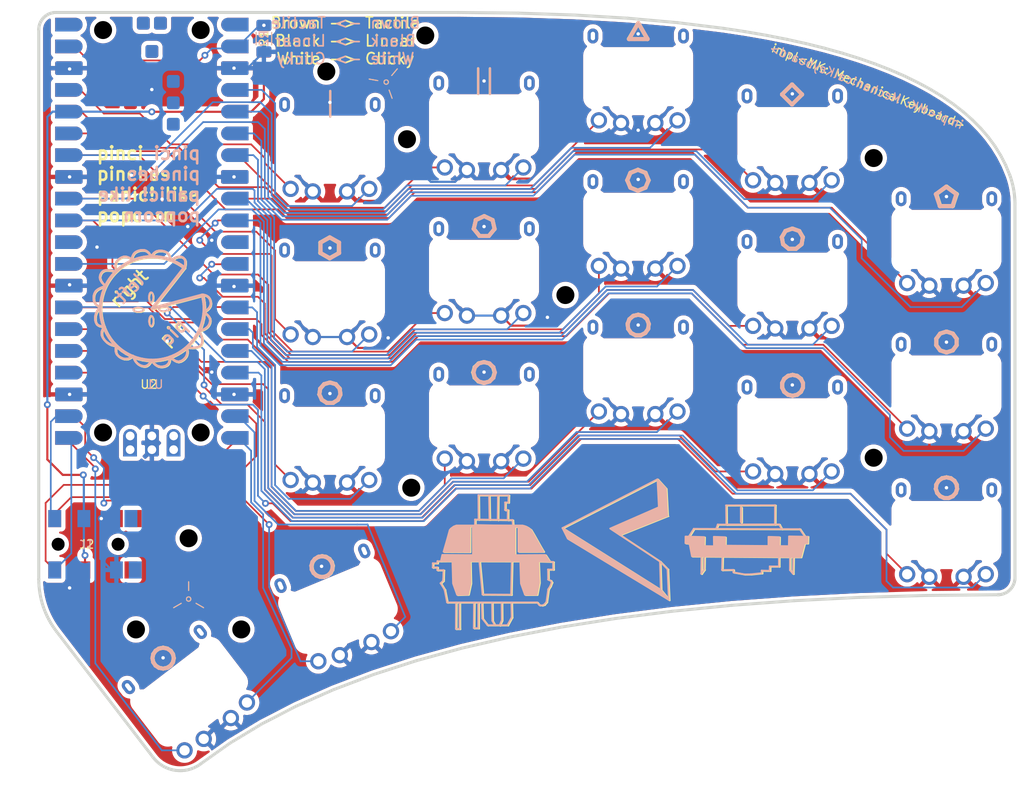
<source format=kicad_pcb>
(kicad_pcb (version 20210722) (generator pcbnew)

  (general
    (thickness 1.6)
  )

  (paper "A4")
  (layers
    (0 "F.Cu" signal)
    (31 "B.Cu" signal)
    (32 "B.Adhes" user "B.Adhesive")
    (33 "F.Adhes" user "F.Adhesive")
    (34 "B.Paste" user)
    (35 "F.Paste" user)
    (36 "B.SilkS" user "B.Silkscreen")
    (37 "F.SilkS" user "F.Silkscreen")
    (38 "B.Mask" user)
    (39 "F.Mask" user)
    (40 "Dwgs.User" user "User.Drawings")
    (41 "Cmts.User" user "User.Comments")
    (42 "Eco1.User" user "User.Eco1")
    (43 "Eco2.User" user "User.Eco2")
    (44 "Edge.Cuts" user)
    (45 "Margin" user)
    (46 "B.CrtYd" user "B.Courtyard")
    (47 "F.CrtYd" user "F.Courtyard")
    (48 "B.Fab" user)
    (49 "F.Fab" user)
    (50 "User.1" user)
    (51 "User.2" user)
    (52 "User.3" user)
    (53 "User.4" user)
    (54 "User.5" user)
    (55 "User.6" user)
    (56 "User.7" user)
    (57 "User.8" user)
    (58 "User.9" user)
  )

  (setup
    (stackup
      (layer "F.SilkS" (type "Top Silk Screen"))
      (layer "F.Paste" (type "Top Solder Paste"))
      (layer "F.Mask" (type "Top Solder Mask") (color "Green") (thickness 0.01))
      (layer "F.Cu" (type "copper") (thickness 0.035))
      (layer "dielectric 1" (type "core") (thickness 1.51) (material "FR4") (epsilon_r 4.5) (loss_tangent 0.02))
      (layer "B.Cu" (type "copper") (thickness 0.035))
      (layer "B.Mask" (type "Bottom Solder Mask") (color "Green") (thickness 0.01))
      (layer "B.Paste" (type "Bottom Solder Paste"))
      (layer "B.SilkS" (type "Bottom Silk Screen"))
      (copper_finish "None")
      (dielectric_constraints no)
    )
    (pad_to_mask_clearance 0.0508)
    (solder_mask_min_width 0.101)
    (pcbplotparams
      (layerselection 0x00010f0_ffffffff)
      (disableapertmacros false)
      (usegerberextensions true)
      (usegerberattributes true)
      (usegerberadvancedattributes false)
      (creategerberjobfile true)
      (svguseinch false)
      (svgprecision 6)
      (excludeedgelayer true)
      (plotframeref false)
      (viasonmask false)
      (mode 1)
      (useauxorigin false)
      (hpglpennumber 1)
      (hpglpenspeed 20)
      (hpglpendiameter 15.000000)
      (dxfpolygonmode true)
      (dxfimperialunits true)
      (dxfusepcbnewfont true)
      (psnegative false)
      (psa4output false)
      (plotreference true)
      (plotvalue true)
      (plotinvisibletext false)
      (sketchpadsonfab false)
      (subtractmaskfromsilk false)
      (outputformat 1)
      (mirror false)
      (drillshape 0)
      (scaleselection 1)
      (outputdirectory "gerbers/")
    )
  )

  (net 0 "")
  (net 1 "unconnected-(U1-Pad11)")
  (net 2 "unconnected-(U1-Pad12)")
  (net 3 "LR_ID")
  (net 4 "unconnected-(U1-Pad25)")
  (net 5 "unconnected-(U1-Pad26)")
  (net 6 "unconnected-(U1-Pad30)")
  (net 7 "unconnected-(U1-Pad35)")
  (net 8 "unconnected-(U1-Pad37)")
  (net 9 "unconnected-(U1-Pad39)")
  (net 10 "unconnected-(U1-Pad40)")
  (net 11 "unconnected-(U1-PadD1)")
  (net 12 "unconnected-(U1-PadTP1)")
  (net 13 "unconnected-(U1-PadTP2)")
  (net 14 "unconnected-(U1-PadTP3)")
  (net 15 "unconnected-(U1-PadTP4)")
  (net 16 "unconnected-(U1-PadTP5)")
  (net 17 "unconnected-(U1-PadTP6)")
  (net 18 "unconnected-(U2-Pad1)")
  (net 19 "unconnected-(U2-Pad11)")
  (net 20 "unconnected-(U2-Pad12)")
  (net 21 "unconnected-(U1-Pad1)")
  (net 22 "unconnected-(U2-Pad25)")
  (net 23 "unconnected-(U2-Pad26)")
  (net 24 "unconnected-(U2-Pad30)")
  (net 25 "unconnected-(U1-Pad24)")
  (net 26 "unconnected-(U2-Pad35)")
  (net 27 "unconnected-(U2-Pad37)")
  (net 28 "unconnected-(U2-Pad39)")
  (net 29 "unconnected-(U2-Pad40)")
  (net 30 "unconnected-(U2-PadTP1)")
  (net 31 "unconnected-(U2-PadTP2)")
  (net 32 "unconnected-(U2-PadTP3)")
  (net 33 "unconnected-(U2-PadTP4)")
  (net 34 "unconnected-(U2-PadTP5)")
  (net 35 "unconnected-(U2-PadTP6)")
  (net 36 "+3V3")
  (net 37 "R_RX")
  (net 38 "R_TX")
  (net 39 "GND")
  (net 40 "L_TX")
  (net 41 "L_RX")
  (net 42 "R1")
  (net 43 "L1")
  (net 44 "unconnected-(U1-PadD3)")
  (net 45 "unconnected-(U2-PadD1)")
  (net 46 "unconnected-(U2-PadD3)")
  (net 47 "R2")
  (net 48 "L2")
  (net 49 "R3")
  (net 50 "L3")
  (net 51 "R4")
  (net 52 "L4")
  (net 53 "R5")
  (net 54 "L5")
  (net 55 "R6")
  (net 56 "L6")
  (net 57 "R7")
  (net 58 "L7")
  (net 59 "R8")
  (net 60 "L8")
  (net 61 "R9")
  (net 62 "L9")
  (net 63 "R10")
  (net 64 "L10")
  (net 65 "R11")
  (net 66 "L11")
  (net 67 "R12")
  (net 68 "L12")
  (net 69 "R13")
  (net 70 "L13")
  (net 71 "R14")
  (net 72 "L14")
  (net 73 "R15")
  (net 74 "L15")
  (net 75 "R16")
  (net 76 "L16")
  (net 77 "R17")
  (net 78 "L17")
  (net 79 "unconnected-(U2-Pad24)")

  (footprint "switches:Kailh_PG1232" (layer "F.Cu") (at 88 31.5))

  (footprint "Resistor_SMD:R_1206_3216Metric_Pad1.30x1.75mm_HandSolder" (layer "F.Cu") (at 26.289 3.074 -90))

  (footprint "switches:Kailh_PG1232" (layer "F.Cu") (at 106 43.5))

  (footprint "modules:raspberrypi_pico" (layer "F.Cu") (at 2.708 51.0525))

  (footprint "connectors:TRRS_Socket_54-00177" (layer "F.Cu") (at -0.2365 62.103))

  (footprint "switches:Kailh_PG1232" (layer "F.Cu")
    (tedit 6119AE7F) (tstamp 4004b669-ee94-4787-bdf0-263806fe691a)
    (at 70 7.5)
    (property "Sheetfile" "pinci.kicad_sch")
    (property "Sheetname" "")
    (path "/acc8a7ce-6398-4771-b7e2-1596438f1b4f")
    (fp_text reference "SW3" (at 0 -0.5 unlocked) (layer "F.SilkS") hide
      (effects (font (size 1 1) (thickness 0.15)))
      (tstamp a45e1c85-e30b-4fb3-a626-aa5e43c6846b)
    )
    (fp_text value "SW_Push_Dual" (at 0 1 unlocked) (layer "F.Fab")
      (effects (font (size 1 1) (thickness 0.15)))
      (tstamp 6594f6b0-6ffb-4592-b609-e917bc706ebd)
    )
    (fp_text user "${REFERENCE}" (at 0 2.5 unlocked) (layer "F.Fab")
      (effects (font (size 1 1) (thickness 0.15)))
      (tstamp c06a8eca-a190-4bea-bbcd-7e85ac8f8996)
    )
    (fp_rect (start -7.25 -6.75) (end 7.25 6.75) (layer "Dwgs.User") (width 0.06) (fill none) (tstamp f101f4b5-6ba9-416c-a066-17d83f4e35ea))
    (fp_rect (start -6.75 -6.25) (end 6.75 6.25) (layer "Cmts.User") (width 0.06) (fill none) (tstamp 358a2106-53ad-4f23-8a97-4b662998c604))
    (fp_rect (start -9 -8.5) (end 9 8.5) (layer "Cmts.User") (width 0.12) (fill none) (tstamp 72a9b9f9-1d87-45a4-8056-36d86cab4539))
    (fp_line (start 5.906533 2.630399) (end 5.913113 2.594814) (layer "Edge.Cuts") (width 0.001) (tstamp 00d91b29-b361-4590-a6ab-2c88206392e8))
    (fp_line (start -5.925 -2.451291) (end -5.925 2.448708) (layer "Edge.Cuts") (width 0.001) (tstamp 01ff401d-1381-4d93-a4b7-c295e69aafce))
    (fp_line (start -4.276671 2.94871) (end -2.95 2.948708) (layer "Edge.Cuts") (width 0.001) (tstamp 050628c5-8da3-41db-9c16-579bca465625))
    (fp_line (start -2.226393 3.981257) (end -2.182894 3.988847) (layer "Edge.Cuts") (width 0.001) (tstamp 063a1afd-733a-430c-9f3f-7fd0637e2358))
    (fp_line (start -4.297865 -2.981655) (end -4.320133 -3.010933) (layer "Edge.Cuts") (width 0.001) (tstamp 06aa3e71-ea65-490e-9d38-4e3b634adbb6))
    (fp_line (start -5.913114 2.594813) (end -5.898562 2.665536) (layer "Edge.Cuts") (width 0.001) (tstamp 06dc81ef-d720-43f8-a782-2f0ff2c01eb2))
    (fp_line (start -2.798788 3.598032) (end -2.773396 3.634157) (layer "Edge.Cuts") (width 0.001) (tstamp 073e4ea4-7333-4ce2-b46c-0f788ca5ad29))
    (fp_line (start 4.502619 3.181665) (end 4.532006 3.201733) (layer "Edge.Cuts") (width 0.001) (tstamp 0754c912-9432-42d9-9ff4-866d55db2563))
    (fp_line (start 5.574762 3.161357) (end 5.602496 3.139061) (layer "Edge.Cuts") (width 0.001) (tstamp 07d7bc3f-3a01-4e57-9610-fcc3e212cc6c))
    (fp_line (start -5.602498 3.139058) (end -5.546098 3.182585) (layer "Edge.Cuts") (width 0.001) (tstamp 0ab24edc-32f7-4046-9d50-19fb65ba2299))
    (fp_line (start 5.787728 2.926473) (end 5.805918 2.896139) (layer "Edge.Cuts") (width 0.001) (tstamp 0ba5038c-7f6c-449a-9e80-e5b95fe38065))
    (fp_line (start 5.924244 2.485731) (end 5.925 2.448708) (layer "Edge.Cuts") (width 0.001) (tstamp 0bbe6bfb-ef57-42f5-8bbc-16d07da07cd6))
    (fp_line (start -5.602497 -3.141644) (end -5.629273 -3.118317) (layer "Edge.Cuts") (width 0.001) (tstamp 0c44839a-13b9-4df2-bbc4-dec74bf6f7bb))
    (fp_line (start -5.853262 -2.80353) (end -5.866548 -2.770518) (layer "Edge.Cuts") (width 0.001) (tstamp 0d0c856a-47ad-4035-a502-cd86bb1a7245))
    (fp_line (start -5.924245 2.485731) (end -5.921995 2.522446) (layer "Edge.Cuts") (width 0.001) (tstamp 0e74ad48-81c7-480b-8b26-be51cf36d94f))
    (fp_line (start -4.656233 -3.272281) (end -4.688757 -3.286123) (layer "Edge.Cuts") (width 0.001) (tstamp 0ede012d-0fc0-4dc5-a97b-320cd1271d81))
    (fp_line (start -5.924245 -2.488314) (end -5.925 -2.451291) (layer "Edge.Cuts") (width 0.001) (tstamp 0f6dda3d-7218-4682-a68d-1564ae952b0c))
    (fp_line (start 5.898561 -2.668119) (end 5.878543 -2.736921) (layer "Edge.Cuts") (width 0.001) (tstamp 104d0434-3f81-4ddd-8ac9-ef3356d16bd9))
    (fp_line (start 5.035204 3.348721) (end 5.071081 3.347597) (layer "Edge.Cuts") (width 0.001) (tstamp 12c704dc-6103-420d-be59-dbc3579ed980))
    (fp_line (start 2.311746 3.959807) (end 2.353451 3.946009) (layer "Edge.Cuts") (width 0.001) (tstamp 13138e92-79a0-4a68-bbaa-d0e0c2a85fc2))
    (fp_line (start 5.546097 -3.185168) (end 5.486068 -3.224297) (layer "Edge.Cuts") (width 0.001) (tstamp 15553b85-93f8-41b0-a933-b368ab456b62))
    (fp_line (start -5.878543 2.734339) (end -5.853262 2.800945) (layer "Edge.Cuts") (width 0.001) (tstamp 163d3673-07d0-48e5-a7e6-5a4be84ac0e8))
    (fp_line (start -4.823517 -3.328465) (end -4.858171 -3.335721) (layer "Edge.Cuts") (width 0.001) (tstamp 17207ed1-4c4c-4545-88fa-5f73f1f208e9))
    (fp_line (start -5.913114 -2.597397) (end -5.918276 -2.561401) (layer "Edge.Cuts") (width 0.001) (tstamp 172d5d15-bdb5-44e4-a55f-f943309389ef))
    (fp_line (start -4.688757 -3.286123) (end -4.721788 -3.298677) (layer "Edge.Cuts") (width 0.001) (tstamp 18636530-b732-463e-b931-93ea428441d1))
    (fp_line (start 4.99943 3.348412) (end 5.035204 3.348721) (layer "Edge.Cuts") (width 0.001) (tstamp 1b6b6518-96ad-4900-a3e8-7f1e4f0458e5))
    (fp_line (start 4.928352 3.343554) (end 4.963799 3.346685) (layer "Edge.Cuts") (width 0.001) (tstamp 1bd5afdc-c879-4d61-a634-a6b8eed62208))
    (fp_line (start -5.925 2.448708) (end -5.924245 2.485731) (layer "Edge.Cuts") (width 0.001) (tstamp 1e8ce95d-4323-4974-bf08-ca5679b74c9d))
    (fp_line (start -5.787729 2.926471) (end -5.747885 2.984839) (layer "Edge.Cuts") (width 0.001) (tstamp 1ee39424-0d92-4ab0-9a8c-1935f9b5a935))
    (fp_line (start 4.688756 3.28354) (end 4.721788 3.296094) (layer "Edge.Cuts") (width 0.001) (tstamp 1f025df5-0bf3-4b4c-8d80-c92dcb586d1c))
    (fp_line (start 5.286248 3.309957) (end 5.321457 3.298487) (layer "Edge.Cuts") (width 0.001) (tstamp 1f1eba10-73f6-4d7a-bd88-f1f45e8bf077))
    (fp_line (start 2.95 2.948708) (end 4.276668 2.948708) (layer "Edge.Cuts") (width 0.001) (tstamp 1f5f9abe-1047-4e6b-bfd4-f9aa27ce25c5))
    (fp_line (start 2.226395 3.981257) (end 2.26937 3.971567) (layer "Edge.Cuts") (width 0.001) (tstamp 20579672-86fe-4b7d-9c7b-12ac51127af6))
    (fp_line (start 2.74618 3.669093) (end 2.773396 3.634156) (layer "Edge.Cuts") (width 0.001) (tstamp 22586c86-a181-4e3a-9425-9ebca6f7ff44))
    (fp_line (start 2.822323 3.560792) (end 2.843973 3.522512) (layer "Edge.Cuts") (width 0.001) (tstamp 22958bbd-2f4d-4c70-8cde-215f86af397f))
    (fp_line (start 2.094622 3.997603) (end 2.138948 3.994305) (layer "Edge.Cuts") (width 0.001) (tstamp 23de31f8-d0db-4e1a-b159-d455e4d0c441))
    (fp_line (start -2.911097 3.360462) (end -2.897298 3.402167) (layer "Edge.Cuts") (width 0.001) (tstamp 25590554-f8e4-4fbe-b2d6-735fd691f9d8))
    (fp_line (start -5.454755 -3.242128) (end -5.486067 -3.2243) (layer "Edge.Cuts") (width 0.001) (tstamp 27b1b81e-a809-43ec-9692-6bf45d40f8a4))
    (fp_line (start 5.389665 3.27156) (end 5.422612 3.256172) (layer "Edge.Cuts") (width 0.001) (tstamp 29530658-562e-4424-80fb-120fe204e35f))
    (fp_line (start 2.686393 3.735107) (end 2.686393 3.735107) (layer "Edge.Cuts") (width 0.001) (tstamp 2a0c7c07-014d-46b7-8408-62022b326bdc))
    (fp_line (start -5.747885 -2.987424) (end -5.768375 -2.958635) (layer "Edge.Cuts") (width 0.001) (tstamp 2a1a7540-e9d4-4526-80c3-4e59292b35dc))
    (fp_line (start -2.620378 3.794894) (end -2.585441 3.82211) (layer "Edge.Cuts") (width 0.001) (tstamp 2b4f001a-0f56-4b6a-bf30-8cf618542851))
    (fp_line (start 4.446132 3.137939) (end 4.473981 3.160396) (layer "Edge.Cuts") (width 0.001) (tstamp 2b60b2e2-77de-4f4b-9fae-f00fc3e2f84a))
    (fp_line (start 5.28625 -3.312538) (end 5.214815 -3.331066) (layer "Edge.Cuts") (width 0.001) (tstamp 2c5141f8-6c2d-4185-8e29-e0dced50bc7f))
    (fp_line (start -2.269367 3.971568) (end -2.226393 3.981257) (layer "Edge.Cuts") (width 0.001) (tstamp 2cf43b00-09e6-47f8-9bbe-517c51551c66))
    (fp_line (start -4.532009 3.201733) (end -4.473984 3.160396) (layer "Edge.Cuts") (width 0.001) (tstamp 2e2e4726-67ba-48b4-81bd-f45f5c369713))
    (fp_line (start 5.071081 3.347597) (end 5.107021 3.345026) (layer "Edge.Cuts") (width 0.001) (tstamp 2f107d1c-1ec9-4af0-bf94-c909c04c5c2e))
    (fp_line (start 5.486066 3.221717) (end 5.516522 3.20272) (layer "Edge.Cuts") (width 0.001) (tstamp 2f3a7e06-7ae5-47f3-bcdb-814c77dc86eb))
    (fp_line (start 4.532006 3.201733) (end 4.562101 3.220585) (layer "Edge.Cuts") (width 0.001) (tstamp 2f3d68dd-6fbf-4125-86c4-2b4a8e5ec59f))
    (fp_line (start 5.214813 3.328485) (end 5.2506 3.319981) (layer "Edge.Cuts") (width 0.001) (tstamp 300f2d12-b53d-499d-afc0-042aa33e9a62))
    (fp_line (start -2.138945 3.994306) (end -2.094619 3.997603) (layer "Edge.Cuts") (width 0.001) (tstamp 307ce6fe-215d-48b4-bc55-4d08eba717e3))
    (fp_line (start -5.853262 2.800945) (end -5.822922 2.865081) (layer "Edge.Cuts") (width 0.001) (tstamp 3145656c-aa06-4650-8968-33351da3dc91))
    (fp_line (start -5.918276 -2.561401) (end -5.921995 -2.525029) (layer "Edge.Cuts") (width 0.001) (tstamp 3150f85f-02b4-4e28-963d-689c12a308df))
    (fp_line (start -4.276669 -2.951291) (end -4.297865 -2.981655) (layer "Edge.Cuts") (width 0.001) (tstamp 325f3c43-546d-4696-81cb-7e6f563351b1))
    (fp_line (start 4.297865 2.979072) (end 4.320133 3.00835) (layer "Edge.Cuts") (width 0.001) (tstamp 3260aadf-fb74-462a-a9e2-813cc0d5874f))
    (fp_line (start -5.925 2.448708) (end -5.925 2.448708) (layer "Edge.Cuts") (width 0.001) (tstamp 34894786-b2c1-48b2-9569-d5f655134c6d))
    (fp_line (start 5.486068 -3.224297) (end 5.422614 -3.258752) (layer "Edge.Cuts") (width 0.001) (tstamp 352fc364-e8fa-4f53-b717-be6e87de41fe))
    (fp_line (start -5.546098 3.182585) (end -5.486068 3.221714) (layer "Edge.Cuts") (width 0.001) (tstamp 35814f73-2c9c-41a5-b993-0970d3d93862))
    (fp_line (start 5.178927 3.335485) (end 5.214813 3.328485) (layer "Edge.Cuts") (width 0.001) (tstamp 360dbd79-9cbd-4c0d-8c98-eed4e42c3fc1))
    (fp_line (start 2.26937 3.971567) (end 2.311746 3.959807) (layer "Edge.Cuts") (width 0.001) (tstamp 36ca581a-86a8-47bd-9d02-ebb6c723176c))
    (fp_line (start -4.50262 -3.184248) (end -4.532006 -3.204316) (layer "Edge.Cuts") (width 0.001) (tstamp 3723982a-bb35-427d-94dc-894fb7105b75))
    (fp_line (start 5.925 2.448708) (end 5.925 2.448708) (layer "Edge.Cuts") (width 0.001) (tstamp 3758a893-1fd8-4846-bcc6-2a11eea7018b))
    (fp_line (start -2.95 3.098709) (end -2.948894 3.143337) (layer "Edge.Cuts") (width 0.001) (tstamp 399cb699-b9f3-4125-bad7-6c5101badf4f))
    (fp_line (start 5.2506 3.319981) (end 5.286248 3.309957) (layer "Edge.Cuts") (width 0.001) (tstamp 3adb582b-247c-4df5-b0d2-86359230b9c2))
    (fp_line (start 5.838711 2.833342) (end 5.853261 2.800947) (layer "Edge.Cuts") (width 0.001) (tstamp 3c7e9f24-8aef-43f6-918e-bb06657b2947))
    (fp_line (start -2.881491 3.443126) (end -2.863706 3.483266) (layer "Edge.Cuts") (width 0.001) (tstamp 3d64584f-70e9-4389-9388-6984f87e6207))
    (fp_line (start -5.035205 -3.351303) (end -5.071082 -3.350179) (layer "Edge.Cuts") (width 0.001) (tstamp 3d8df14b-ff93-41fd-bd0d-b1d7a6ea1c4a))
    (fp_line (start -2.434548 3.912418) (end -2.394408 3.930203) (layer "Edge.Cuts") (width 0.001) (tstamp 3e14c870-a60a-4164-a4d8-d721e6dd0bb4))
    (fp_line (start -5.422615 3.256169) (end -5.355941 3.285674) (layer "Edge.Cuts") (width 0.001) (tstamp 3ef6d19d-aa70-41d9-bbbd-5f40f557c08c))
    (fp_line (start -4.320136 3.008351) (end -4.276671 2.94871) (layer "Edge.Cuts") (width 0.001) (tstamp 3f85fc4a-389d-4239-b58f-fa6fbf17b638))
    (fp_line (start -4.419112 -3.116892) (end -4.446132 -3.140522) (layer "Edge.Cuts") (width 0.001) (tstamp 3faa4023-fd59-4c44-bc99-fd2b2116c7d0))
    (fp_line (start 4.473981 3.160396) (end 4.502619 3.181665) (layer "Edge.Cuts") (width 0.001) (tstamp 40e8a8ac-e10c-420c-aee9-97faf18e1597))
    (fp_line (start 4.419115 -3.116893) (end 4.367725 -3.066172) (layer "Edge.Cuts") (width 0.001) (tstamp 41678894-2dcb-4df1-88c6-dbf8b3c65851))
    (fp_line (start 4.562101 3.220585) (end 4.592864 3.238206) (layer "Edge.Cuts") (width 0.001) (tstamp 41b5dc1d-a967-4507-aa29-2bbddc74294e))
    (fp_line (start 5.747885 -2.987422) (end 5.703596 -3.042492) (layer "Edge.Cuts") (width 0.001) (tstamp 41d1ff9d-712f-4c58-bf94-2ebe117e8211))
    (fp_line (start 2.43455 3.912417) (end 2.473797 3.892685) (layer "Edge.Cuts") (width 0.001) (tstamp 41d5e130-210d-4e38-a2a5-2be88b32dc99))
    (fp_line (start 4.624254 3.254582) (end 4.656232 3.269698) (layer "Edge.Cuts") (width 0.001) (tstamp 42f46baf-da90-4a08-9809-68b2d1917bc0))
    (fp_line (start 5.142983 3.340994) (end 5.178927 3.335485) (layer "Edge.Cuts") (width 0.001) (tstamp 432530fa-15ea-4c75-bfc7-b25aca3ee8a0))
    (fp_line (start -5.286251 3.309955) (end -5.286251 3.309955) (layer "Edge.Cuts") (width 0.001) (tstamp 43eb0cc4-831a-49eb-8ba3-a5590c82691c))
    (fp_line (start -5.142986 3.340991) (end -5.071084 3.347595) (layer "Edge.Cuts") (width 0.001) (tstamp 4446905a-2781-4255-9117-e57256a789ed))
    (fp_line (start 5.924244 -2.488314) (end 5.921994 -2.525028) (layer "Edge.Cuts") (width 0.001) (tstamp 45c23665-8f77-492b-b399-b556c1ac8491))
    (fp_line (start 5.703596 -3.042492) (end 5.655065 -3.093991) (layer "Edge.Cuts") (width 0.001) (tstamp 4629fc31-ec28-446a-904c-6bd27e4843af))
    (fp_line (start -2.182894 3.988847) (end -2.138945 3.994306) (layer "Edge.Cuts") (width 0.001) (tstamp 46c547a3-0840-4f79-a8b3-347b2227ec22))
    (fp_line (start -2.686393 3.735108) (end -2.654053 3.765883) (layer "Edge.Cuts") (width 0.001) (tstamp 46dfc94f-f934-4085-8619-b775098542d6))
    (fp_line (start -5.787728 -2.929056) (end -5.805919 -2.898722) (layer "Edge.Cuts") (width 0.001) (tstamp 495f7772-5301-4b35-ae13-fbd80459c714))
    (fp_line (start 2.881491 3.443125) (end 2.897298 3.402166) (layer "Edge.Cuts") (width 0.001) (tstamp 498e5997-6968-4d4f-bb8f-52f1bb26da6b))
    (fp_line (start 4.85817 3.333138) (end 4.893129 3.339034) (layer "Edge.Cuts") (width 0.001) (tstamp 4a3b1448-be84-4bab-8a5a-4f6c2b384661))
    (fp_line (start 5.889222 2.700196) (end 5.898561 2.665537) (layer "Edge.Cuts") (width 0.001) (tstamp 4a3b33fe-07a2-4c4c-806f-46c7ed7e11ff))
    (fp_line (start -4.789212 3.317278) (end -4.721791 3.296094) (layer "Edge.Cuts") (width 0.001) (tstamp 4ae842de-9bb5-42f7-95b4-331daa8f6ec9))
    (fp_line (start -4.9638 -3.349268) (end -4.999431 -3.350994) (layer "Edge.Cuts") (width 0.001) (tstamp 4c38fd80-b51f-4da9-86b3-d0b243f11cb8))
    (fp_line (start -4.592864 -3.240788) (end -4.624255 -3.257164) (layer "Edge.Cuts") (width 0.001) (tstamp 4c7bd978-0201-4678-8b6c-2e9166a3eee7))
    (fp_line (start 5.921994 -2.525028) (end 5.913113 -2.597396) (layer "Edge.Cuts") (width 0.001) (tstamp 4c914fa2-1fb1-4867-95fb-4857fe391187))
    (fp_line (start -5.921995 2.522446) (end -5.913114 2.594813) (layer "Edge.Cuts") (width 0.001) (tstamp 4daba685-8ea3-4bab-b272-11e623fbb28f))
    (fp_line (start 5.925 2.448708) (end 5.925 -2.451291) (layer "Edge.Cuts") (width 0.001) (tstamp 4dd56ac0-2f05-4983-85ab-551559d13586))
    (fp_line (start -5.866548 -2.770518) (end -5.878543 -2.736923) (layer "Edge.Cuts") (width 0.001) (tstamp 4e319119-ad26-4567-8339-7094f5b316d5))
    (fp_line (start -5.925 -2.451291) (end -5.925 -2.451291) (layer "Edge.Cuts") (width 0.001) (tstamp 4e59bf03-f280-4e3f-9319-62026fdcac7a))
    (fp_line (start -4.789209 -3.319862) (end -4.823517 -3.328465) (layer "Edge.Cuts") (width 0.001) (tstamp 4e5bc220-174f-4b70-adfe-f7603600923c))
    (fp_line (start 5.853262 -2.803528) (end 5.822922 -2.867664) (layer "Edge.Cuts") (width 0.001) (tstamp 51bcdd8a-1d9f-4cf6-8f16-5a77537fb014))
    (fp_line (start -5.286249 -3.31254) (end -5.286249 -3.31254) (layer "Edge.Cuts") (width 0.001) (tstamp 535aa807-151a-4ed3-bcdd-1280c3b00d0d))
    (fp_line (start -4.343432 -3.03911) (end -4.367722 -3.066172) (layer "Edge.Cuts") (width 0.001) (tstamp 53b8d9b8-9300-485a-a618-5fc1001c6a4c))
    (fp_line (start 4.320133 3.00835) (end 4.343432 3.036527) (layer "Edge.Cuts") (width 0.001) (tstamp 54582436-1dc1-468c-86b4-fc3a51640c2c))
    (fp_line (start -5.838711 -2.835924) (end -5.853262 -2.80353) (layer "Edge.Cuts") (width 0.001) (tstamp 549cb64e-5bdc-4595-bd68-dd0cfdc4f96a))
    (fp_line (start 5.629272 3.115734) (end 5.655064 3.091411) (layer "Edge.Cuts") (width 0.001) (tstamp 54c85343-dfae-4fc1-a6c5-6d4a460d3cb0))
    (fp_line (start -5.768375 -2.958635) (end -5.787728 -2.929056) (layer "Edge.Cuts") (width 0.001) (tstamp 54dbe55c-8c88-4913-8025-46cbc202a63a))
    (fp_line (start -4.473981 -3.162979) (end -4.50262 -3.184248) (layer "Edge.Cuts") (width 0.001) (tstamp 5630fdf9-c380-445f-b664-4c14563052a5))
    (fp_line (start -2.863706 3.483266) (end -2.843973 3.522513) (layer "Edge.Cuts") (width 0.001) (tstamp 567860f3-ab3d-49e0-a2a7-ddbba0522d63))
    (fp_line (start 5.787728 -2.929054) (end 5.747885 -2.987422) (layer "Edge.Cuts") (width 0.001) (tstamp 5a169548-8e67-4b1a-804b-51e7d1fcaee4))
    (fp_line (start 5.913113 2.594814) (end 5.918275 2.558819) (layer "Edge.Cuts") (width 0.001) (tstamp 5a5a7360-64c5-4604-b488-5b675ffca248))
    (fp_line (start -2.940137 3.231612) (end -2.932547 3.275111) (layer "Edge.Cuts") (width 0.001) (tstamp 5a7b0e15-fd8a-4463-af3a-75acb8047817))
    (fp_line (start 5.422614 -3.258752) (end 5.35594 -3.288257) (layer "Edge.Cuts") (width 0.001) (tstamp 5df18935-6eb9-48a9-8f37-0b67b6e803fc))
    (fp_line (start 4.963799 3.346685) (end 4.99943 3.348412) (layer "Edge.Cuts") (width 0.001) (tstamp 5fef6d8d-5bba-4754-a741-8992bda158e1))
    (fp_line (start 5.822921 2.865084) (end 5.838711 2.833342) (layer "Edge.Cuts") (width 0.001) (tstamp 60ad675e-28cc-4c8a-ad98-5278b4b77430))
    (fp_line (start 2.549317 3.8475) (end 2.585442 3.822109) (layer "Edge.Cuts") (width 0.001) (tstamp 60d84248-bb57-4424-961a-dba78a560b82))
    (fp_line (start 5.321459 -3.301068) (end 5.28625 -3.312538) (layer "Edge.Cuts") (width 0.001) (tstamp 60fe3d97-017b-4f87-ade9-f6b4d668d9a2))
    (fp_line (start -2.95 3.098709) (end -2.95 3.098709) (layer "Edge.Cuts") (width 0.001) (tstamp 61018c7e-9c71-452e-b45d-4e2aaa1e574d))
    (fp_line (start 2.95 2.948708) (end 2.95 2.948708) (layer "Edge.Cuts") (width 0.001) (tstamp 6270716a-65df-482e-8d20-fa033775a22e))
    (fp_line (start -4.320133 -3.010933) (end -4.343432 -3.03911) (layer "Edge.Cuts") (width 0.001) (tstamp 62765194-41f8-41e2-9002-e252564b12a9))
    (fp_line (start -4.999431 -3.350994) (end -5.035205 -3.351303) (layer "Edge.Cuts") (width 0.001) (tstamp 633cd2a2-0301-44fc-8ba1-e931d4fc841f))
    (fp_line (start 2.945595 3.187663) (end 2.948893 3.143337) (layer "Edge.Cuts") (width 0.001) (tstamp 637678c4-0a5b-48fd-88ba-268b67b46de5))
    (fp_line (start 4.755285 3.307346) (end 4.789208 3.31728) (layer "Edge.Cuts") (width 0.001) (tstamp 6469299f-9d24-4831-b710-890123fd9803))
    (fp_line (start -5.389666 -3.274143) (end -5.422613 -3.258754) (layer "Edge.Cuts") (width 0.001) (tstamp 65d1e3fc-0d1e-4853-a799-779ce28ea557))
    (fp_line (start -2.04999 3.998709) (end -2.04999 3.998709) (layer "Edge.Cuts") (width 0.001) (tstamp 68b2cecf-5e22-451a-9323-c8a440abd10a))
    (fp_line (start 4.656235 -3.27228) (end 4.592867 -3.240788) (layer "Edge.Cuts") (width 0.001) (tstamp 69e416cb-fc9c-4b89-b307-f55ee5281ba6))
    (fp_line (start -4.532006 -3.204316) (end -4.562101 -3.223168) (layer "Edge.Cuts") (width 0.001) (tstamp 6a071e74-0a9e-4eb0-8518-4a811bd70c02))
    (fp_line (start -5.071084 3.347595) (end -4.999433 3.34841) (layer "Edge.Cuts") (width 0.001) (tstamp 6a3c8952-06e8-4892-a9fa-6730d01bb8fe))
    (fp_line (start 5.878543 -2.736921) (end 5.853262 -2.803528) (layer "Edge.Cuts") (width 0.001) (tstamp 6a5c64a7-ffda-40a8-8014-26ee4038b805))
    (fp_line (start 5.454754 3.239546) (end 5.486066 3.221717) (layer "Edge.Cuts") (width 0.001) (tstamp 6c8f7603-0b55-40c6-be52-24661b5725b9))
    (fp_line (start 2.473797 3.892685) (end 2.512077 3.871036) (layer "Edge.Cuts") (width 0.001) (tstamp 6d65d8f0-4b6f-4a57-8210-5e47622ae74f))
    (fp_line (start -4.592867 3.238205) (end -4.532009 3.201733) (layer "Edge.Cuts") (width 0.001) (tstamp 6ecb78f3-2c15-473d-acb2-f7c978a854a6))
    (fp_line (start 4.320136 -3.010934) (end 4.276671 -2.951293) (layer "Edge.Cuts") (width 0.001) (tstamp 7130aad5-6119-4ec2-8162-5ef6edfe607f))
    (fp_line (start -5.822922 -2.867666) (end -5.838711 -2.835924) (layer "Edge.Cuts") (width 0.001) (tstamp 71610da9-27b2-4a5d-aff9-34e6503622af))
    (fp_line (start 2.911097 3.360461) (end 2.922856 3.318085) (layer "Edge.Cuts") (width 0.001) (tstamp 718cd45d-db63-4ca6-b125-fa57c66e9383))
    (fp_line (start 2.138948 3.994305) (end 2.182897 3.988846) (layer "Edge.Cuts") (width 0.001) (tstamp 73f7b755-6008-4f09-b3cc-e988171b9473))
    (fp_line (start -2.948894 3.143337) (end -2.945596 3.187663) (layer "Edge.Cuts") (width 0.001) (tstamp 7428b89f-6257-4074-80a8-343a976f60e3))
    (fp_line (start -5.516523 -3.205302) (end -5.546097 -3.185171) (layer "Edge.Cuts") (width 0.001) (tstamp 7789b124-aae9-4e09-b956-45d1234e5b9e))
    (fp_line (start 5.602498 -3.141641) (end 5.546097 -3.185168) (layer "Edge.Cuts") (width 0.001) (tstamp 781402ac-b7ac-4af5-a6b4-b386002f2192))
    (fp_line (start -4.419115 3.11431) (end -4.367725 3.06359) (layer "Edge.Cuts") (width 0.001) (tstamp 791f34c4-6227-48fa-a024-74fb3e2a0412))
    (fp_line (start 5.853261 2.800947) (end 5.866547 2.767935) (layer "Edge.Cuts") (width 0.001) (tstamp 793be348-1531-41c8-bba4-6405f6a94a17))
    (fp_line (start -2.897298 3.402167) (end -2.881491 3.443126) (layer "Edge.Cuts") (width 0.001) (tstamp 7a3960bb-0d8b-4b18-b71e-cbcf566f1706))
    (fp_line (start 4.858174 -3.335719) (end 4.789211 -3.319861) (layer "Edge.Cuts") (width 0.001) (tstamp 7ad3b6a7-79d8-4209-9dca-60ccd0ad35a3))
    (fp_line (start 2.863705 3.483265) (end 2.881491 3.443125) (layer "Edge.Cuts") (width 0.001) (tstamp 7d7592ff-4e93-4331-9f2c-659fee690834))
    (fp_line (start 5.768374 2.956052) (end 5.787728 2.926473) (layer "Edge.Cuts") (width 0.001) (tstamp 7dd4aa61-2d40-4f63-b232-2fb55968ec1e))
    (fp_line (start -4.276671 2.94871) (end -4.276671 2.94871) (layer "Edge.Cuts") (width 0.001) (tstamp 7dd50ded-134d-4617-be73-a259677e2526))
    (fp_line (start 2.654054 3.765882) (end 2.686393 3.735107) (layer "Edge.Cuts") (width 0.001) (tstamp 7de6d561-84c9-4029-b060-e8a3688334bb))
    (fp_line (start -4.367722 -3.066172) (end -4.392962 -3.092104) (layer "Edge.Cuts") (width 0.001) (tstamp 7e91563e-42d5-4627-952c-d2b33e332fb9))
    (fp_line (start 2.798788 3.598031) (end 2.822323 3.560792) (layer "Edge.Cuts") (width 0.001) (tstamp 80f4f3ec-3cad-4f59-aa82-8f1b300b18cb))
    (fp_line (start 4.592867 -3.240788) (end 4.532009 -3.204316) (layer "Edge.Cuts") (width 0.001) (tstamp 81066737-7d27-4988-9d84-9a998e2d177b))
    (fp_line (start -5.071082 -3.350179) (end -5.107022 -3.347609) (layer "Edge.Cuts") (width 0.001) (tstamp 81b244a6-052e-4f02-a8fd-0ef2495ced3f))
    (fp_line (start 2.049993 3.998709) (end 2.049993 3.998709) (layer "Edge.Cuts") (width 0.001) (tstamp 81d247c0-f4ca-4656-9599-c5d86db13d19))
    (fp_line (start -5.574763 -3.16394) (end -5.602497 -3.141644) (layer "Edge.Cuts") (width 0.001) (tstamp 820bcfde-3e89-4eba-a9a5-fbb66de65655))
    (fp_line (start -4.999433 3.34841) (end -4.928355 3.343552) (layer "Edge.Cuts") (width 0.001) (tstamp 821c1ec3-b47e-44ae-a04f-2b16c2666106))
    (fp_line (start -4.656235 3.269697) (end -4.592867 3.238205) (layer "Edge.Cuts") (width 0.001) (tstamp 82a672e0-d2d6-4d04-b574-2e8f9057805f))
    (fp_line (start -5.286249 -3.31254) (end -5.321458 -3.30107) (layer "Edge.Cuts") (width 0.001) (tstamp 85200143-76fe-4fc8-8b8d-d438e9c26142))
    (fp_line (start -5.878543 -2.736923) (end -5.889223 -2.702779) (layer "Edge.Cuts") (width 0.001) (tstamp 85ed31b9-4b6d-49d2-9496-395520b10ba5))
    (fp_line (start -5.546097 -3.185171) (end -5.574763 -3.16394) (layer "Edge.Cuts") (width 0.001) (tstamp 8618751e-dffc-4f42-8c04-8ab0451f5e7c))
    (fp_line (start 4.928355 -3.346135) (end 4.858174 -3.335719) (layer "Edge.Cuts") (width 0.001) (tstamp 875a0a3e-8ab2-4b15-8ea2-15be7c4e3f12))
    (fp_line (start 2.773396 3.634156) (end 2.798788 3.598031) (layer "Edge.Cuts") (width 0.001) (tstamp 88017545-871b-4066-acfe-7f3a04398663))
    (fp_line (start -4.928353 -3.346137) (end -4.9638 -3.349268) (layer "Edge.Cuts") (width 0.001) (tstamp 89776ca5-6130-4a74-91f3-1551ae704c1d))
    (fp_line (start -2.843973 3.522513) (end -2.822324 3.560793) (layer "Edge.Cuts") (width 0.001) (tstamp 89ba58e9-0dd4-4afb-b4c5-ed720f83432c))
    (fp_line (start 5.747884 2.984841) (end 5.768374 2.956052) (layer "Edge.Cuts") (width 0.001) (tstamp 8a71f0c3-25b0-49c5-a5f0-ba7dc50c74ef))
    (fp_line (start -5.178928 -3.338068) (end -5.214814 -3.331068) (layer "Edge.Cuts") (width 0.001) (tstamp 8b8d8921-1a81-476e-a412-21238fdbe364))
    (fp_line (start -2.686393 3.735108) (end -2.686393 3.735108) (layer "Edge.Cuts") (width 0.001) (tstamp 8d985c9b-2c06-456d-b4af-88470de4b639))
    (fp_line (start -4.858171 -3.335721) (end -4.89313 -3.341616) (layer "Edge.Cuts") (width 0.001) (tstamp 8dccbefc-ad2b-4808-b22d-23c847a3be1a))
    (fp_line (start 4.276668 2.948708) (end 4.276668 2.948708) (layer "Edge.Cuts") (width 0.001) (tstamp 8e732f61-f3d6-4248-950c-759e1c14dbb9))
    (fp_line (start -5.655066 3.091408) (end -5.602498 3.139058) (layer "Edge.Cuts") (width 0.001) (tstamp 915c8847-feb6-4ab8-afc1-18633dfecda3))
    (fp_line (start 2.897298 3.402166) (end 2.911097 3.360461) (layer "Edge.Cuts") (width 0.001) (tstamp 91d44ffe-374a-4571-bc87-a44c2706e2cf))
    (fp_line (start 2.512077 3.871036) (end 2.549317 3.8475) (layer "Edge.Cuts") (width 0.001) (tstamp 928fb10e-04d1-44ae-8310-83c18a11b3d0))
    (fp_line (start -5.214816 3.328483) (end -5.142986 3.340991) (layer "Edge.Cuts") (width 0.001) (tstamp 93c5e245-e534-4b6e-bbdc-78c108716494))
    (fp_line (start 4.789211 -3.319861) (end 4.721791 -3.298676) (layer "Edge.Cuts") (width 0.001) (tstamp 9407e9e5-63d3-4104-8058-5a649121c694))
    (fp_line (start -5.726283 -3.015389) (end -5.747885 -2.987424) (layer "Edge.Cuts") (width 0.001) (tstamp 9496a731-8263-4d81-9f88-50310eddc85b))
    (fp_line (start 5.286248 3.309957) (end 5.286248 3.309957) (layer "Edge.Cuts") (width 0.001) (tstamp 95001ca5-1ec3-4a59-8b3d-c94d537dc1a8))
    (fp_line (start -5.355939 -3.28826) (end -5.389666 -3.274143) (layer "Edge.Cuts") (width 0.001) (tstamp 9666ca34-d35e-4b1e-8842-ef91b5f14ac3))
    (fp_line (start -5.921995 -2.525029) (end -5.924245 -2.488314) (layer "Edge.Cuts") (width 0.001) (tstamp 97486a02-0c1c-415c-905d-5cad1541cc17))
    (fp_line (start -2.932547 3.275111) (end -2.922857 3.318085) (layer "Edge.Cuts") (width 0.001) (tstamp 98118585-657b-4a9d-99c2-0d1b7734e33b))
    (fp_line (start 5.214815 -3.331066) (end 5.142985 -3.343574) (layer "Edge.Cuts") (width 0.001) (tstamp 9879c27e-8ea0-45c7-b19d-9dcbaa2794de))
    (fp_line (start -2.394408 3.930203) (end -2.353449 3.94601) (layer "Edge.Cuts") (width 0.001) (tstamp 98ad9307-f27d-4479-8780-0fb3a780578d))
    (fp_line (start 4.367725 -3.066172) (end 4.320136 -3.010934) (layer "Edge.Cuts") (width 0.001) (tstamp 9a35fa44-1452-4959-9237-3434288fb794))
    (fp_line (start 4.893129 3.339034) (end 4.928352 3.343554) (layer "Edge.Cuts") (width 0.001) (tstamp 9b958b7a-c295-49af-b731-f5d330eda6df))
    (fp_line (start -4.928355 3.343552) (end -4.858174 3.333137) (layer "Edge.Cuts") (width 0.001) (tstamp 9c572b97-7313-4b23-b7b3-d4573d451513))
    (fp_line (start 5.878542 2.73434) (end 5.889222 2.700196) (layer "Edge.Cuts") (width 0.001) (tstamp 9e0f70ab-aef6-4729-9824-94484ad811be))
    (fp_line (start 2.585442 3.822109) (end 2.620379 3.794893) (layer "Edge.Cuts") (width 0.001) (tstamp 9fb05f7a-f002-440d-8df1-91283cb8ed5e))
    (fp_line (start -5.486067 -3.2243) (end -5.516523 -3.205302) (layer "Edge.Cuts") (width 0.001) (tstamp a0351d2b-391f-4cb9-a485-de42de99fe13))
    (fp_line (start -5.250601 -3.322564) (end -5.286249 -3.31254) (layer "Edge.Cuts") (width 0.001) (tstamp a058e962-6ce2-41a2-95cf-163d8cabf31f))
    (fp_line (start 2.948893 3.143337) (end 2.95 3.098709) (layer "Edge.Cuts") (width 0.001) (tstamp a12fb1bb-c57d-4676-93c8-4291340ee878))
    (fp_line (start 4.823517 3.325882) (end 4.85817 3.333138) (layer "Edge.Cuts") (width 0.001) (tstamp a22220cd-a095-45fe-8a06-051fd79da978))
    (fp_line (start -4.562101 -3.223168) (end -4.592864 -3.240788) (layer "Edge.Cuts") (width 0.001) (tstamp a3e039af-c8f7-4d33-bb14-4056dfee3036))
    (fp_line (start 5.925 -2.451291) (end 5.925 -2.451291) (layer "Edge.Cuts") (width 0.001) (tstamp a42bcfb7-932b-43ff-be86-d821beba506e))
    (fp_line (start -4.721788 -3.298677) (end -4.755286 -3.309928) (layer "Edge.Cuts") (width 0.001) (tstamp a58b02c9-cd2e-44ae-8af0-0da56d29f4a4))
    (fp_line (start -5.355941 3.285674) (end -5.32146 3.298485) (layer "Edge.Cuts") (width 0.001) (tstamp a800375f-03ce-4f5e-97b8-db50d98ba1f7))
    (fp_line (start -2.473796 3.892686) (end -2.434548 3.912418) (layer "Edge.Cuts") (width 0.001) (tstamp a8420865-ddf1-490a-91ea-76e4c31e0fb6))
    (fp_line (start -5.214814 -3.331068) (end -5.250601 -3.322564) (layer "Edge.Cuts") (width 0.001) (tstamp a91a0a92-3f62-4060-b722-0ef957dc065c))
    (fp_line (start -5.889223 -2.702779) (end -5.898562 -2.66812) (layer "Edge.Cuts") (width 0.001) (tstamp ab7f6bf7-615a-4037-8e5a-b31823ecf83f))
    (fp_line (start 4.999433 -3.350992) (end 4.928355 -3.346135) (layer "Edge.Cuts") (width 0.001) (tstamp abace344-d37f-4503-8385-88fe26de30c8))
    (fp_line (start -5.655065 -3.093993) (end -5.679848 -3.068708) (layer "Edge.Cuts") (width 0.001) (tstamp acc22cdc-4fdf-4a22-91e5-9f1a1397c3d0))
    (fp_line (start 4.721788 3.296094) (end 4.755285 3.307346) (layer "Edge.Cuts") (width 0.001) (tstamp ae639c1d-e14a-49f8-93a6-2080b602a445))
    (fp_line (start -2.654053 3.765883) (end -2.620378 3.794894) (layer "Edge.Cuts") (width 0.001) (tstamp af08f50c-4354-4650-b168-15ba5d4a55c6))
    (fp_line (start 5.898561 2.665537) (end 5.906533 2.630399) (layer "Edge.Cuts") (width 0.001) (tstamp af5252fe-cdc7-459f-bbd7-dcc6bae8d2c1))
    (fp_line (start -2.512076 3.871037) (end -2.473796 3.892686) (layer "Edge.Cuts") (width 0.001) (tstamp b0812006-b383-464f-aea9-3e8ba62c23f4))
    (fp_line (start 4.276668 2.948708) (end 4.297865 2.979072) (layer "Edge.Cuts") (width 0.001) (tstamp b0969fc5-a477-4528-86e2-0ac6802cd779))
    (fp_line (start -5.703596 -3.042495) (end -5.726283 -3.015389) (layer "Edge.Cuts") (width 0.001) (tstamp b241f61d-a9f4-44a0-9cc0-32ad2985eddd))
    (fp_line (start 2.620379 3.794893) (end 2.654054 3.765882) (layer "Edge.Cuts") (width 0.001) (tstamp b4875c6d-51ef-4f65-bdf3-ca3aa14e258b))
    (fp_line (start 5.355938 3.285677) (end 5.389665 3.27156) (layer "Edge.Cuts") (width 0.001) (tstamp b6f921f8-b4ac-4862-900a-7288a15d7bbe))
    (fp_line (start -2.549315 3.847502) (end -2.512076 3.871037) (layer "Edge.Cuts") (width 0.001) (tstamp b84f25b5-6b5f-4c41-bedf-a4847820b2fa))
    (fp_line (start 5.921994 2.522446) (end 5.924244 2.485731) (layer "Edge.Cuts") (width 0.001) (tstamp b8a3d26d-a52e-45b5-97c3-cc4d448f0205))
    (fp_line (start -5.898562 2.665536) (end -5.878543 2.734339) (layer "Edge.Cuts") (width 0.001) (tstamp baca286f-ab4f-4bf7-ba30-724b4a31b1be))
    (fp_line (start 5.422612 3.256172) (end 5.454754 3.239546) (layer "Edge.Cuts") (width 0.001) (tstamp bb47d3a0-ae47-4c81-bae2-9bd225610d6e))
    (fp_line (start -2.311744 3.959808) (end -2.269367 3.971568) (layer "Edge.Cuts") (width 0.001) (tstamp bbb2938c-09b8-4486-b3d9-d442127fd7b0))
    (fp_line (start 5.703595 3.039912) (end 5.726282 3.012806) (layer "Edge.Cuts") (width 0.001) (tstamp bbf13771-d7e1-4d08-ad09-f4fdc767c528))
    (fp_line (start 5.913113 -2.597396) (end 5.898561 -2.668119) (layer "Edge.Cuts") (width 0.001) (tstamp bc19a278-31a7-401d-8d9d-a8e6d6bd64c2))
    (fp_line (start -5.32146 3.298485) (end -5.286251 3.309955) (layer "Edge.Cuts") (width 0.001) (tstamp bc19a866-2041-4913-8d31-54c8742bcf7d))
    (fp_line (start 4.343432 3.036527) (end 4.367722 3.063589) (layer "Edge.Cuts") (width 0.001) (tstamp bcea3a70-cb71-46a9-a344-2060490c2d14))
    (fp_line (start 5.822922 -2.867664) (end 5.787728 -2.929054) (layer "Edge.Cuts") (width 0.001) (tstamp bd2c87a7-cf4e-4531-a2c1-d68b9ae6af13))
    (fp_line (start 5.866547 2.767935) (end 5.878542 2.73434) (layer "Edge.Cuts") (width 0.001) (tstamp bdf60861-4dd2-4938-9003-f00c392071ce))
    (fp_line (start -4.755286 -3.309928) (end -4.789209 -3.319862) (layer "Edge.Cuts") (width 0.001) (tstamp be6d51f2-08d5-43d5-87ea-e310bbd27635))
    (fp_line (start 5.602496 3.139061) (end 5.629272 3.115734) (layer "Edge.Cuts") (width 0.001) (tstamp bf55f1e4-9f6d-4b17-a4ee-06bd3b62af2c))
    (fp_line (start -4.367725 3.06359) (end -4.320136 3.008351) (layer "Edge.Cuts") (width 0.001) (tstamp bf639fda-8d18-4cc0-a8cb-9efb7f55e1fb))
    (fp_line (start 4.592864 3.238206) (end 4.624254 3.254582) (layer "Edge.Cuts") (width 0.001) (tstamp c000eeab-7785-488a-b6d9-d13ed30ccee6))
    (fp_line (start 5.655065 -3.093991) (end 5.602498 -3.141641) (layer "Edge.Cuts") (width 0.001) (tstamp c051c047-5a07-4140-829d-7a20515eafad))
    (fp_line (start 5.321457 3.298487) (end 5.355938 3.285677) (layer "Edge.Cuts") (width 0.001) (tstamp c19cb0c5-2636-4cf7-918c-00e1be8f38c7))
    (fp_line (start -4.624255 -3.257164) (end -4.656233 -3.272281) (layer "Edge.Cuts") (width 0.001) (tstamp c1b1f8c9-5b77-43f1-a50c-ea422d52eaea))
    (fp_line (start 4.721791 -3.298676) (end 4.656235 -3.27228) (layer "Edge.Cuts") (width 0.001) (tstamp c2267511-58e2-4c37-8b27-4d694085e47b))
    (fp_line (start 2.182897 3.988846) (end 2.226395 3.981257) (layer "Edge.Cuts") (width 0.001) (tstamp c2cbe804-b53e-42f0-b769-9031a03c4ca8))
    (fp_line (start 5.071084 -3.350177) (end 4.999433 -3.350992) (layer "Edge.Cuts") (width 0.001) (tstamp c46f6098-bc1f-4993-934a-954c2dc9851f))
    (fp_line (start -2.094619 3.997603) (end -2.04999 3.998709) (layer "Edge.Cuts") (width 0.001) (tstamp c4b5f2ce-d367-4655-8ae7-b81559e03c98))
    (fp_line (start 5.925 -2.451291) (end 5.924244 -2.488314) (layer "Edge.Cuts") (width 0.001) (tstamp c4fee601-6f8d-46e3-9026-2db2ac56db29))
    (fp_line (start 2.940136 3.231612) (end 2.945595 3.187663) (layer "Edge.Cuts") (width 0.001) (tstamp c7f49c67-4595-4562-be90-18001486766d))
    (fp_line (start -5.747885 2.984839) (end -5.703596 3.03991) (layer "Edge.Cuts") (width 0.001) (tstamp c833f7ff-a9af-428e-8587-4ace567a96c5))
    (fp_line (start -5.422613 -3.258754) (end -5.454755 -3.242128) (layer "Edge.Cuts") (width 0.001) (tstamp ca05091d-f21f-48b7-b5c2-7909b6e512b4))
    (fp_line (start -4.473984 3.160396) (end -4.419115 3.11431) (layer "Edge.Cuts") (width 0.001) (tstamp ca09185d-566f-4893-9e06-b3ff2fc094b3))
    (fp_line (start -2.95 2.948708) (end -2.95 3.098709) (layer "Edge.Cuts") (width 0.001) (tstamp cab36df2-90ed-45f4-9708-a236e9c0f7d7))
    (fp_line (start 2.95 3.098709) (end 2.95 3.098709) (layer "Edge.Cuts") (width 0.001) (tstamp cad868bb-7b4c-44f9-bbc8-5230313f02c4))
    (fp_line (start 2.39441 3.930202) (end 2.43455 3.912417) (layer "Edge.Cuts") (width 0.001) (tstamp cadaa08b-2717-4941-976a-b35780c5b68e))
    (fp_line (start -5.898562 -2.66812) (end -5.906534 -2.632981) (layer "Edge.Cuts") (width 0.001) (tstamp cb826fa5-e2fd-4a9d-bbb9-ae4c5a3bfbc9))
    (fp_line (start 4.367722 3.063589) (end 4.392962 3.089521) (layer "Edge.Cuts") (width 0.001) (tstamp cbb339cb-87e0-4c76-89e0-db1d8cc4cb1f))
    (fp_line (start -2.717168 3.702769) (end -2.686393 3.735108) (layer "Edge.Cuts") (width 0.001) (tstamp cc56abfb-689d-4921-ba38-c124c98e1d0e))
    (fp_line (start 2.95 3.098709) (end 2.95 2.948708) (layer "Edge.Cuts") (width 0.001) (tstamp ccba7997-d8da-4cbf-895b-2e71b71d2245))
    (fp_line (start -2.585441 3.82211) (end -2.549315 3.847502) (layer "Edge.Cuts") (width 0.001) (tstamp ce66eefe-ab25-47c1-ab33-260eb69c03c9))
    (fp_line (start -4.858174 3.333137) (end -4.789212 3.317278) (layer "Edge.Cuts") (width 0.001) (tstamp cee274fb-511d-470f-99bf-540246ba531b))
    (fp_line (start -5.703596 3.03991) (end -5.655066 3.091408) (layer "Edge.Cuts") (width 0.001) (tstamp cfed622d-31ac-4f4d-ad51-dce47d2dddae))
    (fp_line (start 5.142985 -3.343574) (end 5.071084 -3.350177) (layer "Edge.Cuts") (width 0.001) (tstamp d047a962-ce8c-45a6-863c-acdf74fef522))
    (fp_line (start -5.107022 -3.347609) (end -5.142984 -3.343576) (layer "Edge.Cuts") (width 0.001) (tstamp d0a353f8-969d-4275-9cb9-e89540cefff8))
    (fp_line (start -5.142984 -3.343576) (end -5.178928 -3.338068) (layer "Edge.Cuts") (width 0.001) (tstamp d4023a57-45ae-4fb9-84f9-5bc62d32151c))
    (fp_line (start 2.686393 3.735107) (end 2.717169 3.702768) (layer "Edge.Cuts") (width 0.001) (tstamp d41a469f-c30b-47a6-b3cb-a130eb20e8c4))
    (fp_line (start -2.773396 3.634157) (end -2.74618 3.669094) (layer "Edge.Cuts") (width 0.001) (tstamp d984afc5-a01c-4971-b215-7ba16f818d21))
    (fp_line (start 4.392962 3.089521) (end 4.419112 3.114309) (layer "Edge.Cuts") (width 0.001) (tstamp da168a9f-d97c-4dc8-895a-a3a37b29466d))
    (fp_line (start 5.35594 -3.288257) (end 5.321459 -3.301068) (layer "Edge.Cuts") (width 0.001) (tstamp da7b3d36-e180-4e56-aaa8-d2a99f9fa777))
    (fp_line (start -5.321458 -3.30107) (end -5.355939 -3.28826) (layer "Edge.Cuts") (width 0.001) (tstamp db8d8f8b-5b43-44ae-a46d-a45d779b2e72))
    (fp_line (start -5.822922 2.865081) (end -5.787729 2.926471) (layer "Edge.Cuts") (width 0.001) (tstamp dd723382-f6b0-4ae5-ad13-031dbbdb353d))
    (fp_line (start -4.721791 3.296094) (end -4.656235 3.269697) (layer "Edge.Cuts") (width 0.001) (tstamp de2e197b-f84d-4aa7-99e3-f8200d6996f2))
    (fp_line (start 4.656232 3.269698) (end 4.688756 3.28354) (layer "Edge.Cuts") (width 0.001) (tstamp deec0f05-8816-424c-b10a-c906332e3561))
    (fp_line (start 2.353451 3.946009) (end 2.39441 3.930202) (layer "Edge.Cuts") (width 0.001) (tstamp defc9c53-ac27-43ad-9176-33b388202c35))
    (fp_line (start 5.28625 -3.312538) (end 5.28625 -3.312538) (layer "Edge.Cuts") (width 0.001) (tstamp e1bdb482-075a-4aa8-953d-dd5f0d6555a0))
    (fp_line (start 2.932546 3.27511) (end 2.940136 3.231612) (layer "Edge.Cuts") (width 0.001) (tstamp e3b90013-ba02-48fa-b446-daf0b07b7f74))
    (fp_line (start 5.726282 3.012806) (end 5.747884 2.984841) (layer "Edge.Cuts") (width 0.001) (tstamp e3bba303-5a3f-425a-a10d-93d3f03b2c4e))
    (fp_line (start -4.89313 -3.341616) (end -4.928353 -3.346137) (layer "Edge.Cuts") (width 0.001) (tstamp e4063dda-9cf8-41d8-b89e-065ea6404342))
    (fp_line (start -2.95 2.948708) (end -2.95 2.948708) (layer "Edge.Cuts") (width 0.001) (tstamp e4deb33f-400f-4c77-8f25-791e010fd082))
    (fp_line (start -2.04999 3.998709) (end 2.049993 3.998709) (layer "Edge.Cuts") (width 0.001) (tstamp e5c17189-506f-47c1-93a2-2e5f3f7c28c4))
    (fp_line (start 4.419112 3.114309) (end 4.446132 3.137939) (layer "Edge.Cuts") (width 0.001) (tstamp e7a52240-a9e0-4da0-afea-0b9ce9f3b9e5))
    (fp_line (start 5.679847 3.066125) (end 5.703595 3.039912) (layer "Edge.Cuts") (width 0.001) (tstamp e7c6a472-959d-40bb-b34c-9b1543ba77ff))
    (fp_line (start 2.922856 3.318085) (end 2.932546 3.27511) (layer "Edge.Cuts") (width 0.001) (tstamp e7fbcdb5-0001-44f2-8b32-c53d6d486194))
    (fp_line (start -2.353449 3.94601) (end -2.311744 3.959808) (layer "Edge.Cuts") (width 0.001) (tstamp e88a0dc7-0525-4995-87f1-cf743a142097))
    (fp_line (start 4.532009 -3.204316) (end 4.473984 -3.162979) (layer "Edge.Cuts") (width 0.001) (tstamp e91679ca-084f-4087-a6d2-194d8a00c86f))
    (fp_line (start 4.789208 3.31728) (end 4.823517 3.325882) (layer "Edge.Cuts") (width 0.001) (tstamp e9be3559-83b4-478f-94de-3af97bd336fc))
    (fp_line (start 4.276671 -2.951293) (end 4.276671 -2.951293) (layer "Edge.Cuts") (width 0.001) (tstamp eafd6249-92ff-440f-bef7-0e58edd9bbab))
    (fp_line (start -4.446132 -3.140522) (end -4.473981 -3.162979) (layer "Edge.Cuts") (width 0.001) (tstamp eb478558-a6d6-47de-a4d1-7a656c95273c))
    (fp_line (start 2.717169 3.702768) (end 2.74618 3.669093) (layer "Edge.Cuts") (width 0.001) (tstamp eb4cad8a-e7b4-4557-841f-29c3e843a8b3))
    (fp_line (start -5.679848 -3.068708) (end -5.703596 -3.042495) (layer "Edge.Cuts") (width 0.001) (tstamp eb61fc08-ce45-423f-ac79-e9344207697f))
    (fp_line (start -5.286251 3.309955) (end -5.214816 3.328483) (layer "Edge.Cuts") (width 0.001) (tstamp ec709f85-3810-49ac-8abe-deb3da569e59))
    (fp_line (start 5.805918 2.896139) (end 5.822921 2.865084) (layer "Edge.Cuts") (width 0.001) (tstamp eca80192-93df-425a-91e1-332fee542300))
    (fp_line (start 4.473984 -3.162979) (end 4.419115 -3.116893) (layer "Edge.Cuts") (width 0.001) (tstamp ed5e5b85-f816-4662-9933-c6e237e24a90))
    (fp_line (start 5.655064 3.091411) (end 5.679847 3.066125) (layer "Edge.Cuts") (width 0.001) (tstamp ee3b274b-0d4d-4796-95d3-23e32bacd20e))
    (fp_line (start 5.107021 3.345026) (end 5.142983 3.340994) (layer "Edge.Cuts") (width 0.001) (tstamp ef64942c-dc3d-488b-be5a-37d632c4a0b3))
    (fp_line (start 5.546095 3.182588) (end 5.574762 3.161357) (layer "Edge.Cuts") (width 0.001) (tstamp f17b5a7e-47b2-4c3f-ad4e-ced2b0d3d41e))
    (fp_line (start -5.486068 3.221714) (end -5.422615 3.256169) (layer "Edge.Cuts") (width 0.001) (tstamp f2d1f9e9-9953-4559-8fea-c1d89010f61d))
    (fp_line (start -4.392962 -3.092104) (end -4.419112 -3.116892) (layer "Edge.Cuts") (width 0.001) (tstamp f445b25b-72e5-4eee-9c18-93c1dcd7afda))
    (fp_line (start 5.918275 2.558819) (end 5.921994 2.522446) (layer "Edge.Cuts") (width 0.001) (tstamp f4abfe94-ba9a-42d4-a671-2b3223719d19))
    (fp_line (start 2.843973 3.522512) (end 2.863705 3.483265) (layer "Edge.Cuts") (width 0.001) (tstamp f4cea92b-6409-40e7-96ce-b4892a9a8ba1))
    (fp_line (start 2.049993 3.998709) (end 2.094622 3.997603) (layer "Edge.Cuts") (width 0.001) (tstamp fa169b36-8e5e-4fe0-84b9-e8cc57179e78))
    (fp_line (start -5.805919 -2.898722) (end -5.822922 -2.867666) (layer "Edge.Cuts") (width 0.001) (tstamp faaeefd3-704e-47d7-b9be-5be0080e2a53))
    (fp_line (start -2.74618 3.669094) (end -2.717168 3.702769) (layer "Edge.Cuts") (width 0.001) (tstamp fb83ac43-8b7e-4367-a2d7-bd5b9481c87f))
    (fp_line (start -5.629273 -3.118317) (end -5.655065 -3.093993) (layer "Edge.Cuts") (width 0.001) (tstamp fbf16de1-fd52-49ad-aa7e-ac504875ed88))
    (fp_line (start 4.276671 -2.951293) (end -4.276669 -2.951291) (layer "Edge.Cuts") (width 0.001) (tstamp fc03dae1-fed4-4483-9a53-a808293f1a21))
    (fp_line (start -5.906534 -2.632981) (end -5.913114 -2.597397) (layer "Edge.Cuts") (width 0.001) (tstamp fc440d1e-d72d-4304-bb37-4377c81665fe))
    (fp_line (start 5.516522 3.20272) (end 5.546095 3.182588) (layer "Edge.Cuts") (width 0.001) (tstamp fc5e05a8-2416-4117-bd30-22016e59ba30))
    (fp_line (start -2.922857 3.318085) (end -2.911097 3.360462) (layer "Edge.Cuts") (width 0.001) (tstamp fc8e7894-a318-4177-abae-66b03e521c3f))
    (fp_line (start -2.822324 3.560793) (end -2.798788 3.598032) (layer "Edge.Cuts") (width 0.001) (tstamp fca280ea-d681-442a-a2b6-568ce45a541d))
    (fp_line (start -2.945596 3.187663) (end -2.940137 3.231612) (layer "Edge.Cuts") (width 0.001) (tstamp fdf522ef-5de9-445e-821b-b4e248562299))
    (pad "" thru_hole oval (at 5.29 -4.75) (size 1.25 1.75) (drill oval 0.5 1) (layers *.Cu *.Mask) (tstamp 63f82af3-61f6-414c-b342-921bd47a2131))
    (pad "" thru_hole oval (at -5.29 -4.75) (size 1.25 1.75) (drill oval 0.5 1) (layers *.Cu *.Mask) (tstamp f619e7ca-1e78-42da-b8e1-4d1c755f530b))
    (pad "1" thru_hole circle (at -4.59 5.1) (size 1.9 1.9) (drill 1.2) (layers *.Cu *.Mask)
      (net 49 "R3") (pinfunction "1") (pintype "passive") (tstamp e0598b60-ef40-4629-85d7-18059cd4524b))
    (pad "2" thru_hole circle (at 2 5.4) (size 1.9 1.9) (drill 1.2) (layers *.Cu *.Mask)
      (net 39 "GND") (pinfunction "2") (pintype "passive") (tstamp 4bf53d8d-77a4-482f-a8ff-b205fb97ebbb))
    (pad "3" thru_hole circle (at 4.59 5.1) (size 1.9 1.9) (drill 1.2) (layers *.Cu *.Mask)
      (net 50 "L3") (pinfunction "3") (pintype "passive") (tstamp a9191598-ef77-4a42-8654-1b36b88dc992))
    (pad "4" thru_hole circle (at -2 5.4) (size 1.9 1.9) (drill 1.2) (layers *.Cu *.Mask)
      (net 39 "GND") (pinfunction "4") (pintype "passive") (tstamp 8f744539-42a2-4135-b81f-58bdada4c0f9))
    (zone (net 0) (net_name "") (layers *.Cu) (tstamp 951f25f7-de77-45c4-b3a5-b86adc4200eb) (hatch edge 0.508)
      (connect_pads (clearance 0))
      (min_thickness 0.254)
      (keepout (tracks not_allowed) (vias not_allowed) (pads not_allowed ) (copperpour not_allowed) (footprints allowed))
      (fill (thermal_gap 0.508) (thermal_bridge_width 0.508))
      (polygon
        (pts
          (xy 75.969 10.929)
          (xy 73.048 10.929)
          (xy 73.048 11.564)
          (xy 66.952 11.564)
          (xy 66.952 10.929)
          (xy 64.031 10.929)
          (xy 64.031 4.071)
          (xy 75.969 4.071)
        )
      )
    )
    (group "" (id d5e73ea8-169c-4685-a19b-8812bb1c4b33)
      (members
        00d91b29-b361-4590-a6ab-2c88206392e8
        01ff401d-1381-4d93-a4b7-c295e69aafce
        050628c5-8da3-41db-9c16-579bca465625
        063a1afd-733a-430c-9f3f-7fd0637e2358
        06aa3e71-ea65-490e-9d38-4e3b634adbb6
        06dc81ef-d720-43f8-a782-2f0ff2c01eb2
        073e4ea4-7333-4ce2-b46c-0f788ca5ad29
        0754c912-9432-42d9-9ff4-866d55db2563
        07d7bc3f-3a01-4e57-9610-fcc3e212cc6c
        0ab24edc-32f7-4046-9d50-19fb65ba2299
        0ba5038c-7f6c-449a-9e80-e5b95fe38065
        0bbe6bfb-ef57-42f5-8bbc-16d07da07cd6
        0c44839a-13b9-4df2-bbc4-dec74bf6f7bb
        0d0c856a-47ad-4035-a502-cd86bb1a7245
        0e74ad48-81c7-480b-8b26-be51cf36d94f
        0ede012d-0fc0-4dc5-a97b-320cd1271d81
        0f6dda3d-7218-4682-a68d-1564ae952b0c
        104d0434-3f81-4ddd-8ac9-ef3356d16bd9
        12c704dc-6103-420d-be59-dbc3579ed980
        13138e92-79a0-4a68-bbaa-d0e0c2a85fc2
        15553b85-93f8-41b0-a933-b368ab456b62
        163d3673-07d0-48e5-a7e6-5a4be84ac0e8
        17207ed1-4c4c-4545-88fa-5f73f1f208e9
        172d5d15-bdb5-44e4-a55f-f943309389ef
        18636530-b732-463e-b931-93ea428441d1
        1b6b6518-96ad-4900-a3e8-7f1e4f0458e5
        1bd5afdc-c879-4d61-a634-a6b8eed62208
        1e8ce95d-4323-4974-bf08-ca5679b74c9d
        1ee39424-0d92-4ab0-9a8c-1935f9b5a935
        1f025df5-0bf3-4b4c-8d80-c92dcb586d1c
        1f1eba10-73f6-4d7a-bd88-f1f45e8bf077
        1f5f9abe-1047-4e6b-bfd4-f9aa27ce25c5
        20579672-86fe-4b7d-9c7b-12ac51127af6
        22586c86-a181-4e3a-9425-9ebca6f7ff44
        22958bbd-2f4d-4c70-8cde-215f86af397f
        23de31f8-d0db-4e1a-b159-d455e4d0c441
        25590554-f8e4-4fbe-b2d6-735fd691f9d8
        27b1b81e-a809-43ec-9692-6bf45d40f8a4
        29530658-562e-4424-80fb-120fe204e35f
        2a0c7c07-014d-46b7-8408-62022b326bdc
        2a1a7540-e9d4-4526-80c3-4e59292b35dc
        2b4f001a-0f56-4b6a-bf30-8cf618542851
        2b60b2e2-77de-4f4b-9fae-f00fc3e2f84a
        2c5141f8-6c2d-4185-8e29-e0dced50bc7f
        2cf43b00-09e6-47f8-9bbe-517c51551c66
        2e2e4726-67ba-48b4-81bd-f45f5c369713
        2f107d1c-1ec9-4af0-bf94-c909c04c5c2e
        2f3a7e06-7ae5-47f3-bcdb-814c77dc86eb
        2f3d68dd-6fbf-4125-86c4-2b4a8e5ec59f
        300f2d12-b53d-499d-afc0-042aa33e9a62
        307ce6fe-215d-48b4-bc55-4d08eba717e3
        3145656c-aa06-4650-8968-33351da3dc91
        3150f85f-02b4-4e28-963d-689c12a308df
        325f3c43-546d-4696-81cb-7e6f563351b1
        3260aadf-fb74-462a-a9e2-813cc0d5874f
        34894786-b2c1-48b2-9569-d5f655134c6d
        352fc364-e8fa-4f53-b717-be6e87de41fe
        35814f73-2c9c-41a5-b993-0970d3d93862
        360dbd79-9cbd-4c0d-8c98-eed4e42c3fc1
        36ca581a-86a8-47bd-9d02-ebb6c723176c
        3723982a-bb35-427d-94dc-894fb7105b75
        3758a893-1fd8-4846-bcc6-2a11eea7018b
        399cb699-b9f3-4125-bad7-6c5101badf4f
        3adb582b-247c-4df5-b0d2-86359230b9c2
        3c7e9f24-8aef-43f6-918e-bb06657b2947
        3d64584f-70e9-4389-9388-6984f87e6207
        3d8df14b-ff93-41fd-bd0d-b1d7a6ea1c4a
        3e14c870-a60a-4164-a4d8-d721e6dd0bb4
        3ef6d19d-aa70-41d9-bbbd-5f40f557c08c
        3f85fc4a-389d-4239-b58f-fa6fbf17b638
        3faa4023-fd59-4c44-bc99-fd2b2116c7d0
        40e8a8ac-e10c-420c-aee9-97faf18e1597
        41678894-2dcb-4df1-88c6-dbf8b3c65851
        41b5dc1d-a967-4507-aa29-2bbddc74294e
        41d1ff9d-712f-4c58-bf94-2ebe117e8211
        41d5e130-210d-4e38-a2a5-2be88b32dc99
        42f46baf-da90-4a08-9809-68b2d1917bc0
        432530fa-15ea-4c75-bfc7-b25aca3ee8a0
        43eb0cc4-831a-49eb-8ba3-a5590c82691c
        4446905a-2781-4255-9117-e57256a789ed
        45c23665-8f77-492b-b399-b556c1ac8491
        4629fc31-ec28-446a-904c-6bd27e4843af
        46c547a3-0840-4f79-a8b3-347b2227ec22
        46dfc94f-f934-4085-8619-b775098542d6
        495f7772-5301-4b35-ae13-fbd80459c714
        498e5997-6968-4d4f-bb8f-52f1bb26da6b
        4a3b1448-be84-4bab-8a5a-4f6c2b384661
        4a3b33fe-07a2-4c4c-806f-46c7ed7e11ff
        4ae842de-9bb5-42f7-95b4-331daa8f6ec9
        4c38fd80-b51f-4da9-86b3-d0b243f11cb8
        4c7bd978-0201-4678-8b6c-2e9166a3eee7
        4c914fa2-1fb1-4867-95fb-4857fe391187
        4daba685-8ea3-4bab-b272-11e623fbb28f
        4dd56ac0-2f05-4983-85ab-551559d13586
        4e319119-ad26-4567-8339-7094f5b316d5
        4e59bf03-f280-4e3f-9319-62026fdcac7a
        4e5bc220-174f-4b70-adfe-f7603600923c
        51bcdd8a-1d9f-4cf6-8f16-5a77537fb014
        535aa807-151a-4ed3-bcdd-1280c3b00d0d
        53b8d9b8-9300-485a-a618-5fc1001c6a4c
        54582436-1dc1-468c-86b4-fc3a51640c2c
        549cb64e-5bdc-4595-bd68-dd0cfdc4f96a
        54c85343-dfae-4fc1-a6c5-6d4a460d3cb0
        54dbe55c-8c88-4913-8025-46cbc202a63a
        5630fdf9-c380-445f-b664-4c14563052a5
        567860f3-ab3d-49e0-a2a7-ddbba0522d63
        5a169548-8e67-4b1a-804b-51e7d1fcaee4
        5a5a7360-64c5-4604-b488-5b675ffca248
        5a7b0e15-fd8a-4463-af3a-75acb8047817
        5df18935-6eb9-48a9-8f37-0b67b6e803fc
        5fef6d8d-5bba-4754-a741-8992bda158e1
        60ad675e-28cc-4c8a-ad98-5278b4b77430
        60d84248-bb57-4424-961a-dba78a560b82
        60fe3d97-017b-4f87-ade9-f6b4d668d9a2
        61018c7e-9c71-452e-b45d-4e2aaa1e574d
        6270716a-65df-482e-8d20-fa033775a22e
        62765194-41f8-41e2-9002-e252564b12a9
        633cd2a2-0301-44fc-8ba1-e931d4fc841f
        637678c4-0a5b-48fd-88ba-268b67b46de5
        6469299f-9d24-4831-b710-890123fd9803
        65d1e3fc-0d1e-4853-a799-779ce28ea557
        68b2cecf-5e22-451a-9323-c8a440abd10a
        69e416cb-fc9c-4b89-b307-f55ee5281ba6
        6a071e74-0a9e-4eb0-8518-4a811bd70c02
        6a3c8952-06e8-4892-a9fa-6730d01bb8fe
        6a5c64a7-ffda-40a8-8014-26ee4038b805
        6c8f7603-0b55-40c6-be52-24661b5725b9
        6d65d8f0-4b6f-4a57-8210-5e47622ae74f
        6ecb78f3-2c15-473d-acb2-f7c978a854a6
        7130aad5-6119-4ec2-8162-5ef6edfe607f
        71610da9-27b2-4a5d-aff9-34e6503622af
        718cd45d-db63-4ca6-b125-fa57c66e9383
        73f7b755-6008-4f09-b3cc-e988171b9473
        7428b89f-6257-4074-80a8-343a976f60e3
        7789b124-aae9-4e09-b956-45d1234e5b9e
        781402ac-b7ac-4af5-a6b4-b386002f2192
        791f34c4-6227-48fa-a024-74fb3e2a0412
        793be348-1531-41c8-bba4-6405f6a94a17
        7a3960bb-0d8b-4b18-b71e-cbcf566f1706
        7ad3b6a7-79d8-4209-9dca-60ccd0ad35a3
        7d7592ff-4e93-4331-9f2c-659fee690834
        7dd4aa61-2d40-4f63-b232-2fb55968ec1e
        7dd50ded-134d-4617-be73-a259677e2526
        7de6d561-84c9-4029-b060-e8a3688334bb
        7e91563e-42d5-4627-952c-d2b33e332fb9
        80f4f3ec-3cad-4f59-aa82-8f1b300b18cb
        81066737-7d27-4988-9d84-9a998e2d177b
        81b244a6-052e-4f02-a8fd-0ef2495ced3f
        81d247c0-f4ca-4656-9599-c5d86db13d19
        820bcfde-3e89-4eba-a9a5-fbb66de65655
        821c1ec3-b47e-44ae-a04f-2b16c2666106
        82a672e0-d2d6-4d04-b574-2e8f9057805f
        85200143-76fe-4fc8-8b8d-d438e9c26142
        85ed31b9-4b6d-49d2-9496-395520b10ba5
        8618751e-dffc-4f42-8c04-8ab0451f5e7c
        875a0a3e-8ab2-4b15-8ea2-15be7c4e3f12
        88017545-871b-4066-acfe-7f3a04398663
        89776ca5-6130-4a74-91f3-1551ae704c1d
        89ba58e9-0dd4-4afb-b4c5-ed720f83432c
        8a71f0c3-25b0-49c5-a5f0-ba7dc50c74ef
        8b8d8921-1a81-476e-a412-21238fdbe364
        8d985c9b-2c06-456d-b4af-88470de4b639
        8dccbefc-ad2b-4808-b22d-23c847a3be1a
        8e732f61-f3d6-4248-950c-759e1c14dbb9
        915c8847-feb6-4ab8-afc1-18633dfecda3
        91d44ffe-374a-4571-bc87-a44c2706e2cf
        928fb10e-04d1-44ae-8310-83c18a11b3d0
        93c5e245-e534-4b6e-bbdc-78c108716494
        9407e9e5-63d3-4104-8058-5a649121c694
        9496a731-8263-4d81-9f88-50310eddc85b
        95001ca5-1ec3-4a59-8b3d-c94d537dc1a8
        9666ca34-d35e-4b1e-8842-ef91b5f14ac3
        97486a02-0c1c-415c-905d-5cad1541cc17
        98118585-657b-4a9d-99c2-0d1b7734e33b
        9879c27e-8ea0-45c7-b19d-9dcbaa2794de
        98ad9307-f27d-4479-8780-0fb3a780578d
        9a35fa44-1452-4959-9237-3434288fb794
        9b958b7a-c295-49af-b731-f5d330eda6df
        9c572b97-7313-4b23-b7b3-d4573d451513
        9e0f70ab-aef6-4729-9824-94484ad811be
        9fb05f7a-f002-440d-8df1-91283cb8ed5e
        a0351d2b-391f-4cb9-a485-de42de99fe13
        a058e962-6ce2-41a2-95cf-163d8cabf31f
        a12fb1bb-c57d-4676-93c8-4291340ee878
        a22220cd-a095-45fe-8a06-051fd79da978
        a3e039af-c8f7-4d33-bb14-4056dfee3036
        a42bcfb7-932b-43ff-be86-d821beba506e
        a58b02c9-cd2e-44ae-8af0-0da56d29f4a4
        a800375f-03ce-4f5e-97b8-db50d98ba1f7
        a8420865-ddf1-490a-91ea-76e4c31e0fb6
        a91a0a92-3f62-4060-b722-0ef957dc065c
        ab7f6bf7-615a-4037-8e5a-b31823ecf83f
        abace344-d37f-4503-8385-88fe26de30c8
        acc22cdc-4fdf-4a22-91e5-9f1a1397c3d0
        ae639c1d-e14a-49f8-93a6-2080b602a445
        af08f50c-4354-4650-b168-15ba5d4a55c6
        af5252fe-cdc7-459f-bbd7-dcc6bae8d2c1
        b0812006-b383-464f-aea9-3e8ba62c23f4
        b0969fc5-a477-4528-86e2-0ac6802cd779
        b241f61d-a9f4-44a0-9cc0-32ad2985eddd
        b4875c6d-51ef-4f65-bdf3-ca3aa14e258b
        b6f921f8-b4ac-4862-900a-7288a15d7bbe
        b84f25b5-6b5f-4c41-bedf-a4847820b2fa
        b8a3d26d-a52e-45b5-97c3-cc4d448f0205
        baca286f-ab4f-4bf7-ba30-724b4a31b1be
        bb47d3a0-ae47-4c81-bae2-9bd225610d6e
        bbb2938c-09b8-4486-b3d9-d442127fd7b0
        bbf13771-d7e1-4d08-ad09-f4fdc767c528
        bc19a278-31a7-401d-8d9d-a8e6d6bd64c2
        bc19a866-2041-4913-8d31-54c8742bcf7d
        bcea3a70-cb71-46a9-a344-2060490c2d14
        bd2c87a7-cf4e-4531-a2c1-d68b9ae6af13
        bdf60861-4dd2-4938-9003-f00c392071ce
        be6d51f2-08d5-43d5-87ea-e310bbd27635
        bf55f1e4-9f6d-4b17-a4ee-06bd3b62af2c
        bf639fda-8d18-4cc0-a8cb-9efb7f55e1fb
        c000eeab-7785-488a-b6d9-d13ed30ccee6
        c051c047-5a07-4140-829d-7a20515eafad
        c19cb0c5-2636-4cf7-918c-00e1be8f38c7
        c1b1f8c9-5b77-43f1-a50c-ea422d52eaea
        c2267511-58e2-4c37-8b27-4d694085e47b
        c2cbe804-b53e-42f0-b769-9031a03c4ca8
        c46f6098-bc1f-4993-934a-954c2dc9851f
        c4b5f2ce-d367-4655-8ae7-b81559e03c98
        c4fee601-6f8d-46e3-9026-2db2ac56db29
        c7f49c67-4595-4562-be90-18001486766d
        c833f7ff-a9af-428e-8587-4ace567a96c5
        ca05091d-f21f-48b7-b5c2-7909b6e512b4
        ca09185d-566f-4893-9e06-b3ff2fc094b3
        cab36df2-90ed-45f4-9708-a236e9c0f7d7
        cad868bb-7b4c-44f9-bbc8-5230313f02c4
        cadaa08b-2717-4941-976a-b35780c5b68e
        cb826fa5-e2fd-4a9d-bbb9-ae4c5a3bfbc9
        cbb339cb-87e0-4c76-89e0-db1d8cc4cb1f
        cc56abfb-689d-4921-ba38-c124c98e1d0e
        ccba7997-d8da-4cbf-895b-2e71b71d2245
        ce66eefe-ab25-47c1-ab33-260eb69c03c9
        cee274fb-511d-470f-99bf-540246ba531b
        cfed622d-31ac-4f4d-ad51-dce47d2dddae
        d047a962-ce8c-45a6-863c-acdf74fef522
        d0a353f8-969d-4275-9cb9-e89540cefff8
        d4023a57-45ae-4fb9-84f9
... [3571466 chars truncated]
</source>
